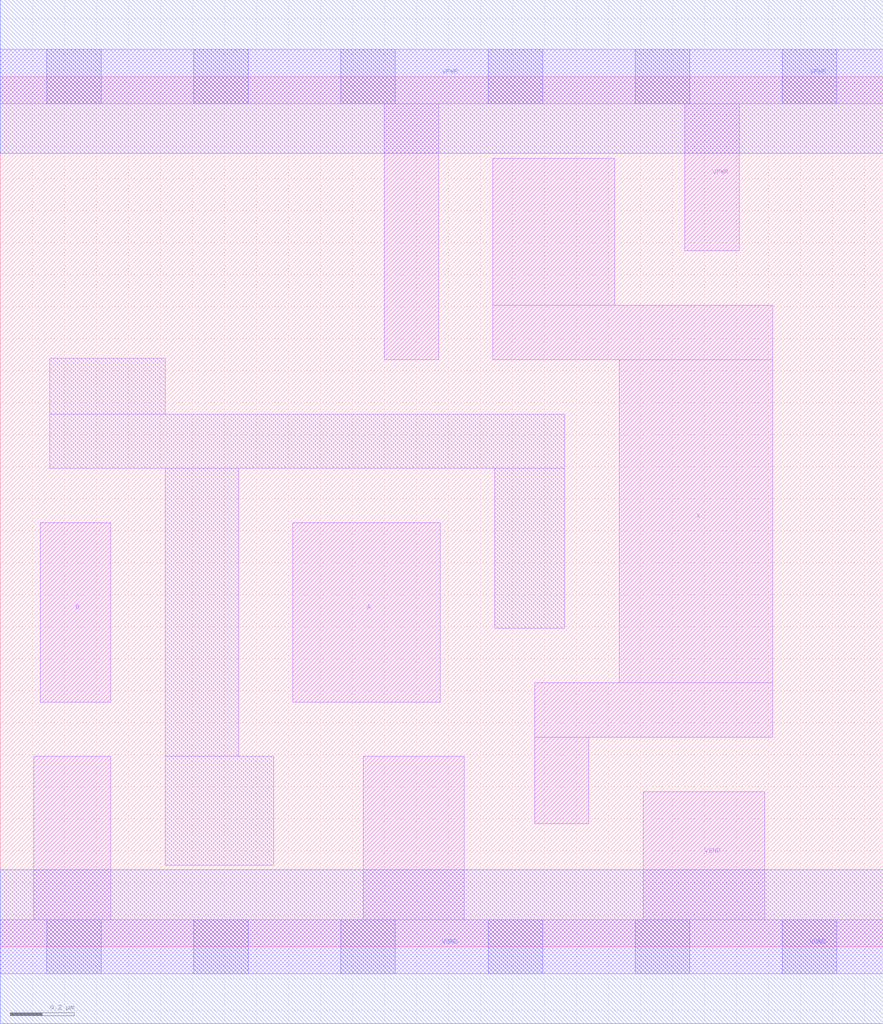
<source format=lef>
# Copyright 2020 The SkyWater PDK Authors
#
# Licensed under the Apache License, Version 2.0 (the "License");
# you may not use this file except in compliance with the License.
# You may obtain a copy of the License at
#
#     https://www.apache.org/licenses/LICENSE-2.0
#
# Unless required by applicable law or agreed to in writing, software
# distributed under the License is distributed on an "AS IS" BASIS,
# WITHOUT WARRANTIES OR CONDITIONS OF ANY KIND, either express or implied.
# See the License for the specific language governing permissions and
# limitations under the License.
#
# SPDX-License-Identifier: Apache-2.0

VERSION 5.7 ;
  NAMESCASESENSITIVE ON ;
  NOWIREEXTENSIONATPIN ON ;
  DIVIDERCHAR "/" ;
  BUSBITCHARS "[]" ;
UNITS
  DATABASE MICRONS 200 ;
END UNITS
PROPERTYDEFINITIONS
  MACRO maskLayoutSubType STRING ;
  MACRO prCellType STRING ;
  MACRO originalViewName STRING ;
END PROPERTYDEFINITIONS
MACRO sky130_fd_sc_hdll__or2_2
  CLASS CORE ;
  FOREIGN sky130_fd_sc_hdll__or2_2 ;
  ORIGIN  0.000000  0.000000 ;
  SIZE  2.760000 BY  2.720000 ;
  SYMMETRY X Y R90 ;
  SITE unithd ;
  PIN A
    ANTENNAGATEAREA  0.138600 ;
    DIRECTION INPUT ;
    USE SIGNAL ;
    PORT
      LAYER li1 ;
        RECT 0.915000 0.765000 1.375000 1.325000 ;
    END
  END A
  PIN B
    ANTENNAGATEAREA  0.138600 ;
    DIRECTION INPUT ;
    USE SIGNAL ;
    PORT
      LAYER li1 ;
        RECT 0.125000 0.765000 0.345000 1.325000 ;
    END
  END B
  PIN VGND
    ANTENNADIFFAREA  0.533700 ;
    DIRECTION INOUT ;
    USE SIGNAL ;
    PORT
      LAYER li1 ;
        RECT 0.000000 -0.085000 2.760000 0.085000 ;
        RECT 0.105000  0.085000 0.345000 0.595000 ;
        RECT 1.135000  0.085000 1.450000 0.595000 ;
        RECT 2.010000  0.085000 2.390000 0.485000 ;
      LAYER mcon ;
        RECT 0.145000 -0.085000 0.315000 0.085000 ;
        RECT 0.605000 -0.085000 0.775000 0.085000 ;
        RECT 1.065000 -0.085000 1.235000 0.085000 ;
        RECT 1.525000 -0.085000 1.695000 0.085000 ;
        RECT 1.985000 -0.085000 2.155000 0.085000 ;
        RECT 2.445000 -0.085000 2.615000 0.085000 ;
      LAYER met1 ;
        RECT 0.000000 -0.240000 2.760000 0.240000 ;
    END
  END VGND
  PIN VPWR
    ANTENNADIFFAREA  0.595700 ;
    DIRECTION INOUT ;
    USE SIGNAL ;
    PORT
      LAYER li1 ;
        RECT 0.000000 2.635000 2.760000 2.805000 ;
        RECT 1.200000 1.835000 1.370000 2.635000 ;
        RECT 2.140000 2.175000 2.310000 2.635000 ;
      LAYER mcon ;
        RECT 0.145000 2.635000 0.315000 2.805000 ;
        RECT 0.605000 2.635000 0.775000 2.805000 ;
        RECT 1.065000 2.635000 1.235000 2.805000 ;
        RECT 1.525000 2.635000 1.695000 2.805000 ;
        RECT 1.985000 2.635000 2.155000 2.805000 ;
        RECT 2.445000 2.635000 2.615000 2.805000 ;
      LAYER met1 ;
        RECT 0.000000 2.480000 2.760000 2.960000 ;
    END
  END VPWR
  PIN X
    ANTENNADIFFAREA  0.530500 ;
    DIRECTION OUTPUT ;
    USE SIGNAL ;
    PORT
      LAYER li1 ;
        RECT 1.540000 1.835000 2.415000 2.005000 ;
        RECT 1.540000 2.005000 1.920000 2.465000 ;
        RECT 1.670000 0.385000 1.840000 0.655000 ;
        RECT 1.670000 0.655000 2.415000 0.825000 ;
        RECT 1.935000 0.825000 2.415000 1.835000 ;
    END
  END X
  OBS
    LAYER li1 ;
      RECT 0.155000 1.495000 1.765000 1.665000 ;
      RECT 0.155000 1.665000 0.515000 1.840000 ;
      RECT 0.515000 0.255000 0.855000 0.595000 ;
      RECT 0.515000 0.595000 0.745000 1.495000 ;
      RECT 1.545000 0.995000 1.765000 1.495000 ;
  END
  PROPERTY maskLayoutSubType "abstract" ;
  PROPERTY prCellType "standard" ;
  PROPERTY originalViewName "layout" ;
END sky130_fd_sc_hdll__or2_2

</source>
